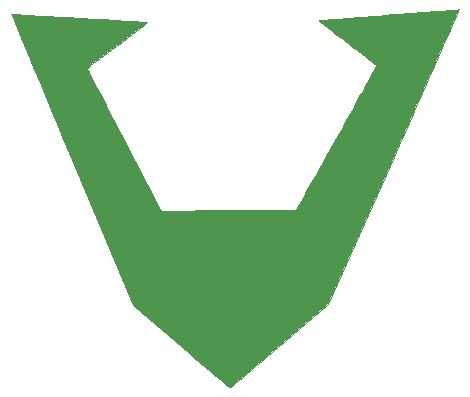
<source format=gbr>
G04 #@! TF.GenerationSoftware,KiCad,Pcbnew,5.1.2*
G04 #@! TF.CreationDate,2019-07-05T14:51:49-05:00*
G04 #@! TF.ProjectId,Goron's_Ruby,476f726f-6e27-4735-9f52-7562792e6b69,rev?*
G04 #@! TF.SameCoordinates,Original*
G04 #@! TF.FileFunction,Copper,L1,Top*
G04 #@! TF.FilePolarity,Positive*
%FSLAX46Y46*%
G04 Gerber Fmt 4.6, Leading zero omitted, Abs format (unit mm)*
G04 Created by KiCad (PCBNEW 5.1.2) date 2019-07-05 14:51:49*
%MOMM*%
%LPD*%
G04 APERTURE LIST*
%ADD10C,0.010000*%
%ADD11C,0.600000*%
G04 APERTURE END LIST*
D10*
G36*
X165946524Y-93923107D02*
G01*
X165898740Y-94036549D01*
X165819143Y-94221596D01*
X165709004Y-94475362D01*
X165569597Y-94794959D01*
X165402195Y-95177498D01*
X165208070Y-95620093D01*
X164988496Y-96119856D01*
X164744745Y-96673899D01*
X164478090Y-97279335D01*
X164189804Y-97933276D01*
X163881161Y-98632834D01*
X163553432Y-99375122D01*
X163207891Y-100157252D01*
X162845811Y-100976337D01*
X162468465Y-101829489D01*
X162077126Y-102713820D01*
X161673065Y-103626443D01*
X161257558Y-104564470D01*
X160831875Y-105525013D01*
X160457887Y-106368545D01*
X154925833Y-118843589D01*
X150775117Y-122352189D01*
X150261860Y-122785968D01*
X149766191Y-123204734D01*
X149291982Y-123605224D01*
X148843105Y-123984172D01*
X148423432Y-124338314D01*
X148036836Y-124664387D01*
X147687190Y-124959127D01*
X147378367Y-125219267D01*
X147114238Y-125441546D01*
X146898676Y-125622698D01*
X146735555Y-125759458D01*
X146628745Y-125848564D01*
X146582121Y-125886750D01*
X146580550Y-125887889D01*
X146543607Y-125864201D01*
X146446406Y-125788474D01*
X146292806Y-125663962D01*
X146086667Y-125493920D01*
X145831849Y-125281601D01*
X145532211Y-125030261D01*
X145191613Y-124743152D01*
X144813915Y-124423530D01*
X144402976Y-124074648D01*
X143962656Y-123699760D01*
X143496815Y-123302122D01*
X143009312Y-122884986D01*
X142504007Y-122451607D01*
X142457367Y-122411556D01*
X138378035Y-118908122D01*
X133226049Y-106591311D01*
X132817913Y-105615519D01*
X132418307Y-104659996D01*
X132028462Y-103727687D01*
X131649608Y-102821538D01*
X131282974Y-101944494D01*
X130929792Y-101099502D01*
X130591291Y-100289507D01*
X130268700Y-99517455D01*
X129963252Y-98786291D01*
X129676174Y-98098963D01*
X129408699Y-97458415D01*
X129162055Y-96867594D01*
X128937474Y-96329444D01*
X128736184Y-95846912D01*
X128559417Y-95422945D01*
X128408402Y-95060486D01*
X128284370Y-94762483D01*
X128188550Y-94531881D01*
X128122174Y-94371627D01*
X128086470Y-94284665D01*
X128080281Y-94268835D01*
X128122260Y-94270636D01*
X128242809Y-94277101D01*
X128435982Y-94287880D01*
X128695830Y-94302625D01*
X129016408Y-94320986D01*
X129391767Y-94342614D01*
X129815960Y-94367159D01*
X130283040Y-94394272D01*
X130787060Y-94423604D01*
X131322071Y-94454805D01*
X131882128Y-94487527D01*
X132461282Y-94521419D01*
X133053586Y-94556133D01*
X133653093Y-94591318D01*
X134253855Y-94626627D01*
X134849926Y-94661709D01*
X135435357Y-94696216D01*
X136004202Y-94729797D01*
X136550513Y-94762104D01*
X137068343Y-94792787D01*
X137551744Y-94821497D01*
X137994770Y-94847885D01*
X138391472Y-94871601D01*
X138735904Y-94892296D01*
X139022118Y-94909621D01*
X139244167Y-94923226D01*
X139396104Y-94932763D01*
X139471980Y-94937881D01*
X139474167Y-94938054D01*
X139504649Y-94941306D01*
X139526149Y-94947850D01*
X139534487Y-94961070D01*
X139525480Y-94984348D01*
X139494947Y-95021067D01*
X139438707Y-95074611D01*
X139352579Y-95148362D01*
X139232382Y-95245702D01*
X139073933Y-95370015D01*
X138873053Y-95524683D01*
X138625559Y-95713089D01*
X138327271Y-95938616D01*
X137974007Y-96204647D01*
X137561585Y-96514564D01*
X137085825Y-96871751D01*
X137061167Y-96890261D01*
X136649365Y-97199834D01*
X136257833Y-97495049D01*
X135891774Y-97771932D01*
X135556389Y-98026507D01*
X135256878Y-98254797D01*
X134998443Y-98452827D01*
X134786286Y-98616620D01*
X134625608Y-98742203D01*
X134521611Y-98825597D01*
X134479495Y-98862828D01*
X134478833Y-98864130D01*
X134498055Y-98904983D01*
X134554341Y-99016911D01*
X134645618Y-99195911D01*
X134769815Y-99437980D01*
X134924859Y-99739113D01*
X135108678Y-100095307D01*
X135319201Y-100502558D01*
X135554356Y-100956863D01*
X135812070Y-101454219D01*
X136090272Y-101990621D01*
X136386890Y-102562065D01*
X136699852Y-103164549D01*
X137027085Y-103794069D01*
X137366519Y-104446620D01*
X137607030Y-104908739D01*
X140735226Y-110917907D01*
X146433530Y-110899772D01*
X147303309Y-110896802D01*
X148091224Y-110893674D01*
X148800077Y-110890354D01*
X149432669Y-110886810D01*
X149991803Y-110883010D01*
X150480281Y-110878920D01*
X150900905Y-110874510D01*
X151256477Y-110869745D01*
X151549799Y-110864594D01*
X151783673Y-110859024D01*
X151960901Y-110853003D01*
X152084286Y-110846497D01*
X152156629Y-110839475D01*
X152180090Y-110833069D01*
X152204288Y-110792915D01*
X152267060Y-110683713D01*
X152365765Y-110510171D01*
X152497767Y-110276997D01*
X152660428Y-109988899D01*
X152851110Y-109650587D01*
X153067173Y-109266770D01*
X153305982Y-108842155D01*
X153564896Y-108381451D01*
X153841279Y-107889368D01*
X154132493Y-107370613D01*
X154435899Y-106829895D01*
X154748859Y-106271923D01*
X155068736Y-105701406D01*
X155392891Y-105123052D01*
X155718686Y-104541570D01*
X156043484Y-103961668D01*
X156364646Y-103388056D01*
X156679534Y-102825441D01*
X156985511Y-102278532D01*
X157279938Y-101752039D01*
X157560177Y-101250669D01*
X157823590Y-100779131D01*
X158067539Y-100342135D01*
X158289387Y-99944387D01*
X158486494Y-99590598D01*
X158656224Y-99285476D01*
X158795938Y-99033729D01*
X158902998Y-98840066D01*
X158974766Y-98709196D01*
X159008604Y-98645827D01*
X159011000Y-98640491D01*
X158978400Y-98613167D01*
X158884091Y-98538096D01*
X158733308Y-98419365D01*
X158531288Y-98261060D01*
X158283267Y-98067268D01*
X157994479Y-97842077D01*
X157670162Y-97589572D01*
X157315551Y-97313842D01*
X156935883Y-97018972D01*
X156558991Y-96726574D01*
X156160830Y-96417444D01*
X155783178Y-96123483D01*
X155431229Y-95848781D01*
X155110179Y-95597429D01*
X154825222Y-95373517D01*
X154581553Y-95181135D01*
X154384367Y-95024375D01*
X154238859Y-94907326D01*
X154150224Y-94834079D01*
X154123426Y-94808796D01*
X154166631Y-94803669D01*
X154288421Y-94792530D01*
X154482961Y-94775834D01*
X154744415Y-94754037D01*
X155066949Y-94727595D01*
X155444729Y-94696963D01*
X155871918Y-94662597D01*
X156342684Y-94624953D01*
X156851190Y-94584487D01*
X157391602Y-94541654D01*
X157958085Y-94496911D01*
X158544805Y-94450712D01*
X159145926Y-94403514D01*
X159755614Y-94355772D01*
X160368034Y-94307942D01*
X160977351Y-94260481D01*
X161577730Y-94213843D01*
X162163336Y-94168484D01*
X162728336Y-94124861D01*
X163266893Y-94083428D01*
X163773174Y-94044642D01*
X164241342Y-94008959D01*
X164665564Y-93976834D01*
X165040005Y-93948722D01*
X165358830Y-93925081D01*
X165616204Y-93906364D01*
X165806292Y-93893029D01*
X165923259Y-93885531D01*
X165961220Y-93884159D01*
X165946524Y-93923107D01*
X165946524Y-93923107D01*
G37*
X165946524Y-93923107D02*
X165898740Y-94036549D01*
X165819143Y-94221596D01*
X165709004Y-94475362D01*
X165569597Y-94794959D01*
X165402195Y-95177498D01*
X165208070Y-95620093D01*
X164988496Y-96119856D01*
X164744745Y-96673899D01*
X164478090Y-97279335D01*
X164189804Y-97933276D01*
X163881161Y-98632834D01*
X163553432Y-99375122D01*
X163207891Y-100157252D01*
X162845811Y-100976337D01*
X162468465Y-101829489D01*
X162077126Y-102713820D01*
X161673065Y-103626443D01*
X161257558Y-104564470D01*
X160831875Y-105525013D01*
X160457887Y-106368545D01*
X154925833Y-118843589D01*
X150775117Y-122352189D01*
X150261860Y-122785968D01*
X149766191Y-123204734D01*
X149291982Y-123605224D01*
X148843105Y-123984172D01*
X148423432Y-124338314D01*
X148036836Y-124664387D01*
X147687190Y-124959127D01*
X147378367Y-125219267D01*
X147114238Y-125441546D01*
X146898676Y-125622698D01*
X146735555Y-125759458D01*
X146628745Y-125848564D01*
X146582121Y-125886750D01*
X146580550Y-125887889D01*
X146543607Y-125864201D01*
X146446406Y-125788474D01*
X146292806Y-125663962D01*
X146086667Y-125493920D01*
X145831849Y-125281601D01*
X145532211Y-125030261D01*
X145191613Y-124743152D01*
X144813915Y-124423530D01*
X144402976Y-124074648D01*
X143962656Y-123699760D01*
X143496815Y-123302122D01*
X143009312Y-122884986D01*
X142504007Y-122451607D01*
X142457367Y-122411556D01*
X138378035Y-118908122D01*
X133226049Y-106591311D01*
X132817913Y-105615519D01*
X132418307Y-104659996D01*
X132028462Y-103727687D01*
X131649608Y-102821538D01*
X131282974Y-101944494D01*
X130929792Y-101099502D01*
X130591291Y-100289507D01*
X130268700Y-99517455D01*
X129963252Y-98786291D01*
X129676174Y-98098963D01*
X129408699Y-97458415D01*
X129162055Y-96867594D01*
X128937474Y-96329444D01*
X128736184Y-95846912D01*
X128559417Y-95422945D01*
X128408402Y-95060486D01*
X128284370Y-94762483D01*
X128188550Y-94531881D01*
X128122174Y-94371627D01*
X128086470Y-94284665D01*
X128080281Y-94268835D01*
X128122260Y-94270636D01*
X128242809Y-94277101D01*
X128435982Y-94287880D01*
X128695830Y-94302625D01*
X129016408Y-94320986D01*
X129391767Y-94342614D01*
X129815960Y-94367159D01*
X130283040Y-94394272D01*
X130787060Y-94423604D01*
X131322071Y-94454805D01*
X131882128Y-94487527D01*
X132461282Y-94521419D01*
X133053586Y-94556133D01*
X133653093Y-94591318D01*
X134253855Y-94626627D01*
X134849926Y-94661709D01*
X135435357Y-94696216D01*
X136004202Y-94729797D01*
X136550513Y-94762104D01*
X137068343Y-94792787D01*
X137551744Y-94821497D01*
X137994770Y-94847885D01*
X138391472Y-94871601D01*
X138735904Y-94892296D01*
X139022118Y-94909621D01*
X139244167Y-94923226D01*
X139396104Y-94932763D01*
X139471980Y-94937881D01*
X139474167Y-94938054D01*
X139504649Y-94941306D01*
X139526149Y-94947850D01*
X139534487Y-94961070D01*
X139525480Y-94984348D01*
X139494947Y-95021067D01*
X139438707Y-95074611D01*
X139352579Y-95148362D01*
X139232382Y-95245702D01*
X139073933Y-95370015D01*
X138873053Y-95524683D01*
X138625559Y-95713089D01*
X138327271Y-95938616D01*
X137974007Y-96204647D01*
X137561585Y-96514564D01*
X137085825Y-96871751D01*
X137061167Y-96890261D01*
X136649365Y-97199834D01*
X136257833Y-97495049D01*
X135891774Y-97771932D01*
X135556389Y-98026507D01*
X135256878Y-98254797D01*
X134998443Y-98452827D01*
X134786286Y-98616620D01*
X134625608Y-98742203D01*
X134521611Y-98825597D01*
X134479495Y-98862828D01*
X134478833Y-98864130D01*
X134498055Y-98904983D01*
X134554341Y-99016911D01*
X134645618Y-99195911D01*
X134769815Y-99437980D01*
X134924859Y-99739113D01*
X135108678Y-100095307D01*
X135319201Y-100502558D01*
X135554356Y-100956863D01*
X135812070Y-101454219D01*
X136090272Y-101990621D01*
X136386890Y-102562065D01*
X136699852Y-103164549D01*
X137027085Y-103794069D01*
X137366519Y-104446620D01*
X137607030Y-104908739D01*
X140735226Y-110917907D01*
X146433530Y-110899772D01*
X147303309Y-110896802D01*
X148091224Y-110893674D01*
X148800077Y-110890354D01*
X149432669Y-110886810D01*
X149991803Y-110883010D01*
X150480281Y-110878920D01*
X150900905Y-110874510D01*
X151256477Y-110869745D01*
X151549799Y-110864594D01*
X151783673Y-110859024D01*
X151960901Y-110853003D01*
X152084286Y-110846497D01*
X152156629Y-110839475D01*
X152180090Y-110833069D01*
X152204288Y-110792915D01*
X152267060Y-110683713D01*
X152365765Y-110510171D01*
X152497767Y-110276997D01*
X152660428Y-109988899D01*
X152851110Y-109650587D01*
X153067173Y-109266770D01*
X153305982Y-108842155D01*
X153564896Y-108381451D01*
X153841279Y-107889368D01*
X154132493Y-107370613D01*
X154435899Y-106829895D01*
X154748859Y-106271923D01*
X155068736Y-105701406D01*
X155392891Y-105123052D01*
X155718686Y-104541570D01*
X156043484Y-103961668D01*
X156364646Y-103388056D01*
X156679534Y-102825441D01*
X156985511Y-102278532D01*
X157279938Y-101752039D01*
X157560177Y-101250669D01*
X157823590Y-100779131D01*
X158067539Y-100342135D01*
X158289387Y-99944387D01*
X158486494Y-99590598D01*
X158656224Y-99285476D01*
X158795938Y-99033729D01*
X158902998Y-98840066D01*
X158974766Y-98709196D01*
X159008604Y-98645827D01*
X159011000Y-98640491D01*
X158978400Y-98613167D01*
X158884091Y-98538096D01*
X158733308Y-98419365D01*
X158531288Y-98261060D01*
X158283267Y-98067268D01*
X157994479Y-97842077D01*
X157670162Y-97589572D01*
X157315551Y-97313842D01*
X156935883Y-97018972D01*
X156558991Y-96726574D01*
X156160830Y-96417444D01*
X155783178Y-96123483D01*
X155431229Y-95848781D01*
X155110179Y-95597429D01*
X154825222Y-95373517D01*
X154581553Y-95181135D01*
X154384367Y-95024375D01*
X154238859Y-94907326D01*
X154150224Y-94834079D01*
X154123426Y-94808796D01*
X154166631Y-94803669D01*
X154288421Y-94792530D01*
X154482961Y-94775834D01*
X154744415Y-94754037D01*
X155066949Y-94727595D01*
X155444729Y-94696963D01*
X155871918Y-94662597D01*
X156342684Y-94624953D01*
X156851190Y-94584487D01*
X157391602Y-94541654D01*
X157958085Y-94496911D01*
X158544805Y-94450712D01*
X159145926Y-94403514D01*
X159755614Y-94355772D01*
X160368034Y-94307942D01*
X160977351Y-94260481D01*
X161577730Y-94213843D01*
X162163336Y-94168484D01*
X162728336Y-94124861D01*
X163266893Y-94083428D01*
X163773174Y-94044642D01*
X164241342Y-94008959D01*
X164665564Y-93976834D01*
X165040005Y-93948722D01*
X165358830Y-93925081D01*
X165616204Y-93906364D01*
X165806292Y-93893029D01*
X165923259Y-93885531D01*
X165961220Y-93884159D01*
X165946524Y-93923107D01*
D11*
X154620000Y-108100000D03*
X158820000Y-101130000D03*
X141780000Y-119610000D03*
X136010000Y-103370000D03*
X132870000Y-96740000D03*
M02*

</source>
